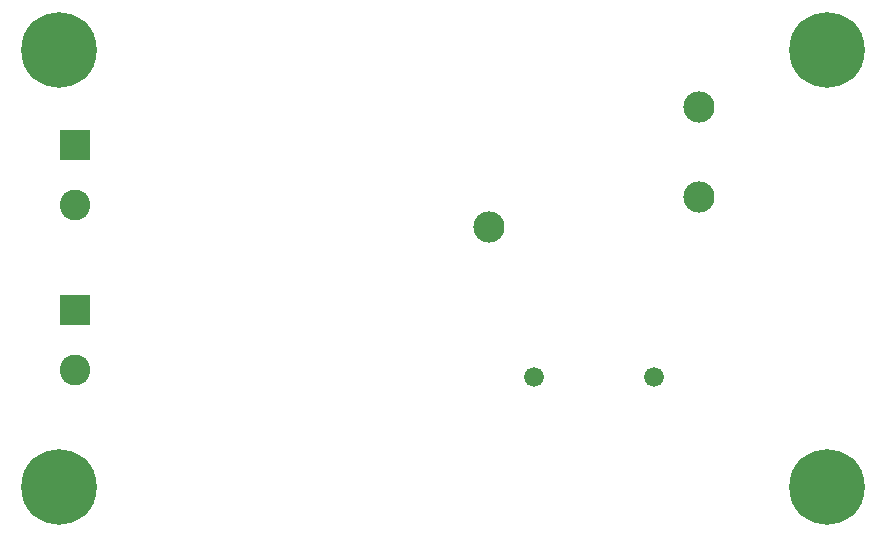
<source format=gbr>
%TF.GenerationSoftware,KiCad,Pcbnew,8.0.4*%
%TF.CreationDate,2025-06-09T12:47:20-04:00*%
%TF.ProjectId,car-battery-reverse-polarity-protection,6361722d-6261-4747-9465-72792d726576,rev?*%
%TF.SameCoordinates,Original*%
%TF.FileFunction,Soldermask,Bot*%
%TF.FilePolarity,Negative*%
%FSLAX46Y46*%
G04 Gerber Fmt 4.6, Leading zero omitted, Abs format (unit mm)*
G04 Created by KiCad (PCBNEW 8.0.4) date 2025-06-09 12:47:20*
%MOMM*%
%LPD*%
G01*
G04 APERTURE LIST*
%ADD10C,6.400000*%
%ADD11C,2.641600*%
%ADD12C,1.676400*%
%ADD13R,2.600000X2.600000*%
%ADD14C,2.600000*%
G04 APERTURE END LIST*
D10*
%TO.C,H5*%
X104000000Y-106300000D03*
%TD*%
D11*
%TO.C,K1*%
X140398800Y-84274200D03*
X158178800Y-81734200D03*
D12*
X154368800Y-96974200D03*
X144208800Y-96974200D03*
D11*
X158178800Y-74114200D03*
%TD*%
D10*
%TO.C,H1*%
X169000000Y-69300000D03*
%TD*%
D13*
%TO.C,J1*%
X105400000Y-77320000D03*
D14*
X105400000Y-82400000D03*
%TD*%
D10*
%TO.C,H2*%
X169000000Y-106300000D03*
%TD*%
D14*
%TO.C,J2*%
X105400000Y-96400000D03*
D13*
X105400000Y-91320000D03*
%TD*%
D10*
%TO.C,H3*%
X104000000Y-69300000D03*
%TD*%
M02*

</source>
